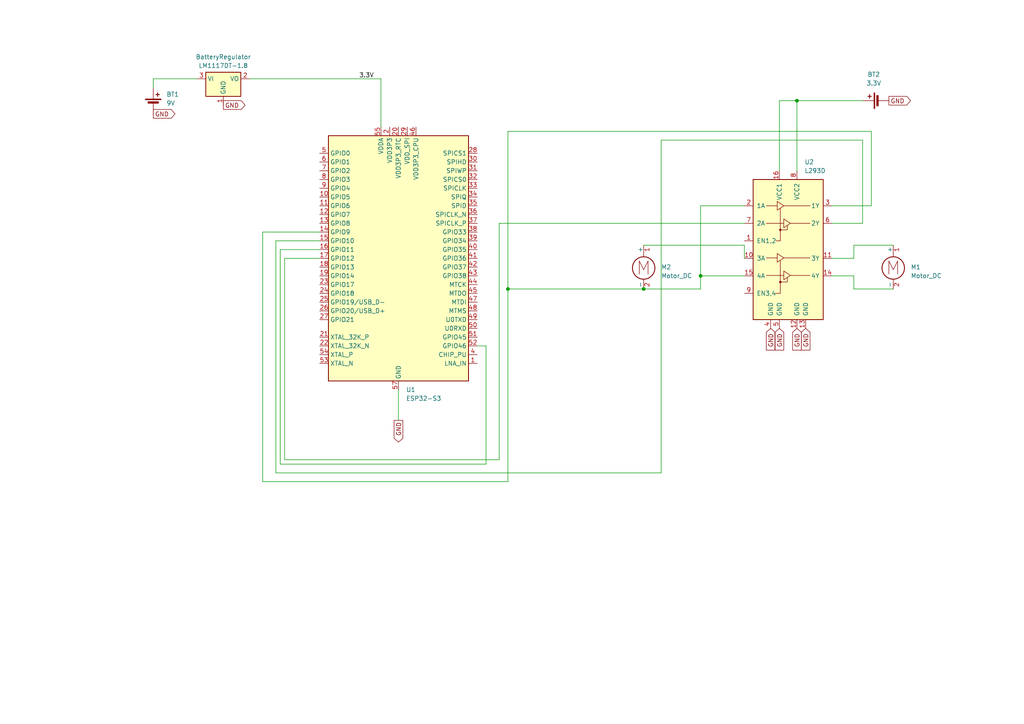
<source format=kicad_sch>
(kicad_sch
	(version 20231120)
	(generator "eeschema")
	(generator_version "8.0")
	(uuid "aeb1f4af-981b-4cac-b4fb-c8f87e317f67")
	(paper "A4")
	(lib_symbols
		(symbol "Device:Battery_Cell"
			(pin_numbers hide)
			(pin_names
				(offset 0) hide)
			(exclude_from_sim no)
			(in_bom yes)
			(on_board yes)
			(property "Reference" "BT"
				(at 2.54 2.54 0)
				(effects
					(font
						(size 1.27 1.27)
					)
					(justify left)
				)
			)
			(property "Value" "Battery_Cell"
				(at 2.54 0 0)
				(effects
					(font
						(size 1.27 1.27)
					)
					(justify left)
				)
			)
			(property "Footprint" ""
				(at 0 1.524 90)
				(effects
					(font
						(size 1.27 1.27)
					)
					(hide yes)
				)
			)
			(property "Datasheet" "~"
				(at 0 1.524 90)
				(effects
					(font
						(size 1.27 1.27)
					)
					(hide yes)
				)
			)
			(property "Description" "Single-cell battery"
				(at 0 0 0)
				(effects
					(font
						(size 1.27 1.27)
					)
					(hide yes)
				)
			)
			(property "ki_keywords" "battery cell"
				(at 0 0 0)
				(effects
					(font
						(size 1.27 1.27)
					)
					(hide yes)
				)
			)
			(symbol "Battery_Cell_0_1"
				(rectangle
					(start -2.286 1.778)
					(end 2.286 1.524)
					(stroke
						(width 0)
						(type default)
					)
					(fill
						(type outline)
					)
				)
				(rectangle
					(start -1.524 1.016)
					(end 1.524 0.508)
					(stroke
						(width 0)
						(type default)
					)
					(fill
						(type outline)
					)
				)
				(polyline
					(pts
						(xy 0 0.762) (xy 0 0)
					)
					(stroke
						(width 0)
						(type default)
					)
					(fill
						(type none)
					)
				)
				(polyline
					(pts
						(xy 0 1.778) (xy 0 2.54)
					)
					(stroke
						(width 0)
						(type default)
					)
					(fill
						(type none)
					)
				)
				(polyline
					(pts
						(xy 0.762 3.048) (xy 1.778 3.048)
					)
					(stroke
						(width 0.254)
						(type default)
					)
					(fill
						(type none)
					)
				)
				(polyline
					(pts
						(xy 1.27 3.556) (xy 1.27 2.54)
					)
					(stroke
						(width 0.254)
						(type default)
					)
					(fill
						(type none)
					)
				)
			)
			(symbol "Battery_Cell_1_1"
				(pin passive line
					(at 0 5.08 270)
					(length 2.54)
					(name "+"
						(effects
							(font
								(size 1.27 1.27)
							)
						)
					)
					(number "1"
						(effects
							(font
								(size 1.27 1.27)
							)
						)
					)
				)
				(pin passive line
					(at 0 -2.54 90)
					(length 2.54)
					(name "-"
						(effects
							(font
								(size 1.27 1.27)
							)
						)
					)
					(number "2"
						(effects
							(font
								(size 1.27 1.27)
							)
						)
					)
				)
			)
		)
		(symbol "Driver_Motor:L293D"
			(pin_names
				(offset 1.016)
			)
			(exclude_from_sim no)
			(in_bom yes)
			(on_board yes)
			(property "Reference" "U"
				(at -5.08 26.035 0)
				(effects
					(font
						(size 1.27 1.27)
					)
					(justify right)
				)
			)
			(property "Value" "L293D"
				(at -5.08 24.13 0)
				(effects
					(font
						(size 1.27 1.27)
					)
					(justify right)
				)
			)
			(property "Footprint" "Package_DIP:DIP-16_W7.62mm"
				(at 6.35 -19.05 0)
				(effects
					(font
						(size 1.27 1.27)
					)
					(justify left)
					(hide yes)
				)
			)
			(property "Datasheet" "http://www.ti.com/lit/ds/symlink/l293.pdf"
				(at -7.62 17.78 0)
				(effects
					(font
						(size 1.27 1.27)
					)
					(hide yes)
				)
			)
			(property "Description" "Quadruple Half-H Drivers"
				(at 0 0 0)
				(effects
					(font
						(size 1.27 1.27)
					)
					(hide yes)
				)
			)
			(property "ki_keywords" "Half-H Driver Motor"
				(at 0 0 0)
				(effects
					(font
						(size 1.27 1.27)
					)
					(hide yes)
				)
			)
			(property "ki_fp_filters" "DIP*W7.62mm*"
				(at 0 0 0)
				(effects
					(font
						(size 1.27 1.27)
					)
					(hide yes)
				)
			)
			(symbol "L293D_0_1"
				(rectangle
					(start -10.16 22.86)
					(end 10.16 -17.78)
					(stroke
						(width 0.254)
						(type default)
					)
					(fill
						(type background)
					)
				)
				(circle
					(center -2.286 -6.858)
					(radius 0.254)
					(stroke
						(width 0)
						(type default)
					)
					(fill
						(type outline)
					)
				)
				(circle
					(center -2.286 8.255)
					(radius 0.254)
					(stroke
						(width 0)
						(type default)
					)
					(fill
						(type outline)
					)
				)
				(polyline
					(pts
						(xy -6.35 -4.953) (xy -1.27 -4.953)
					)
					(stroke
						(width 0)
						(type default)
					)
					(fill
						(type none)
					)
				)
				(polyline
					(pts
						(xy -6.35 0.127) (xy -3.175 0.127)
					)
					(stroke
						(width 0)
						(type default)
					)
					(fill
						(type none)
					)
				)
				(polyline
					(pts
						(xy -6.35 10.16) (xy -1.27 10.16)
					)
					(stroke
						(width 0)
						(type default)
					)
					(fill
						(type none)
					)
				)
				(polyline
					(pts
						(xy -6.35 15.24) (xy -3.175 15.24)
					)
					(stroke
						(width 0)
						(type default)
					)
					(fill
						(type none)
					)
				)
				(polyline
					(pts
						(xy -1.27 0.127) (xy 6.35 0.127)
					)
					(stroke
						(width 0)
						(type default)
					)
					(fill
						(type none)
					)
				)
				(polyline
					(pts
						(xy -1.27 15.24) (xy 6.35 15.24)
					)
					(stroke
						(width 0)
						(type default)
					)
					(fill
						(type none)
					)
				)
				(polyline
					(pts
						(xy 0.635 -4.953) (xy 6.35 -4.953)
					)
					(stroke
						(width 0)
						(type default)
					)
					(fill
						(type none)
					)
				)
				(polyline
					(pts
						(xy 0.635 10.16) (xy 6.35 10.16)
					)
					(stroke
						(width 0)
						(type default)
					)
					(fill
						(type none)
					)
				)
				(polyline
					(pts
						(xy -2.286 -6.858) (xy -0.254 -6.858) (xy -0.254 -5.588)
					)
					(stroke
						(width 0)
						(type default)
					)
					(fill
						(type none)
					)
				)
				(polyline
					(pts
						(xy -2.286 -0.635) (xy -2.286 -10.16) (xy -3.556 -10.16)
					)
					(stroke
						(width 0)
						(type default)
					)
					(fill
						(type none)
					)
				)
				(polyline
					(pts
						(xy -2.286 8.255) (xy -0.254 8.255) (xy -0.254 9.525)
					)
					(stroke
						(width 0)
						(type default)
					)
					(fill
						(type none)
					)
				)
				(polyline
					(pts
						(xy -2.286 14.478) (xy -2.286 5.08) (xy -3.556 5.08)
					)
					(stroke
						(width 0)
						(type default)
					)
					(fill
						(type none)
					)
				)
				(polyline
					(pts
						(xy -3.175 1.397) (xy -3.175 -1.143) (xy -1.27 0.127) (xy -3.175 1.397)
					)
					(stroke
						(width 0)
						(type default)
					)
					(fill
						(type none)
					)
				)
				(polyline
					(pts
						(xy -3.175 16.51) (xy -3.175 13.97) (xy -1.27 15.24) (xy -3.175 16.51)
					)
					(stroke
						(width 0)
						(type default)
					)
					(fill
						(type none)
					)
				)
				(polyline
					(pts
						(xy -1.27 -3.683) (xy -1.27 -6.223) (xy 0.635 -4.953) (xy -1.27 -3.683)
					)
					(stroke
						(width 0)
						(type default)
					)
					(fill
						(type none)
					)
				)
				(polyline
					(pts
						(xy -1.27 11.43) (xy -1.27 8.89) (xy 0.635 10.16) (xy -1.27 11.43)
					)
					(stroke
						(width 0)
						(type default)
					)
					(fill
						(type none)
					)
				)
			)
			(symbol "L293D_1_1"
				(pin input line
					(at -12.7 5.08 0)
					(length 2.54)
					(name "EN1,2"
						(effects
							(font
								(size 1.27 1.27)
							)
						)
					)
					(number "1"
						(effects
							(font
								(size 1.27 1.27)
							)
						)
					)
				)
				(pin input line
					(at -12.7 0 0)
					(length 2.54)
					(name "3A"
						(effects
							(font
								(size 1.27 1.27)
							)
						)
					)
					(number "10"
						(effects
							(font
								(size 1.27 1.27)
							)
						)
					)
				)
				(pin output line
					(at 12.7 0 180)
					(length 2.54)
					(name "3Y"
						(effects
							(font
								(size 1.27 1.27)
							)
						)
					)
					(number "11"
						(effects
							(font
								(size 1.27 1.27)
							)
						)
					)
				)
				(pin power_in line
					(at 2.54 -20.32 90)
					(length 2.54)
					(name "GND"
						(effects
							(font
								(size 1.27 1.27)
							)
						)
					)
					(number "12"
						(effects
							(font
								(size 1.27 1.27)
							)
						)
					)
				)
				(pin power_in line
					(at 5.08 -20.32 90)
					(length 2.54)
					(name "GND"
						(effects
							(font
								(size 1.27 1.27)
							)
						)
					)
					(number "13"
						(effects
							(font
								(size 1.27 1.27)
							)
						)
					)
				)
				(pin output line
					(at 12.7 -5.08 180)
					(length 2.54)
					(name "4Y"
						(effects
							(font
								(size 1.27 1.27)
							)
						)
					)
					(number "14"
						(effects
							(font
								(size 1.27 1.27)
							)
						)
					)
				)
				(pin input line
					(at -12.7 -5.08 0)
					(length 2.54)
					(name "4A"
						(effects
							(font
								(size 1.27 1.27)
							)
						)
					)
					(number "15"
						(effects
							(font
								(size 1.27 1.27)
							)
						)
					)
				)
				(pin power_in line
					(at -2.54 25.4 270)
					(length 2.54)
					(name "VCC1"
						(effects
							(font
								(size 1.27 1.27)
							)
						)
					)
					(number "16"
						(effects
							(font
								(size 1.27 1.27)
							)
						)
					)
				)
				(pin input line
					(at -12.7 15.24 0)
					(length 2.54)
					(name "1A"
						(effects
							(font
								(size 1.27 1.27)
							)
						)
					)
					(number "2"
						(effects
							(font
								(size 1.27 1.27)
							)
						)
					)
				)
				(pin output line
					(at 12.7 15.24 180)
					(length 2.54)
					(name "1Y"
						(effects
							(font
								(size 1.27 1.27)
							)
						)
					)
					(number "3"
						(effects
							(font
								(size 1.27 1.27)
							)
						)
					)
				)
				(pin power_in line
					(at -5.08 -20.32 90)
					(length 2.54)
					(name "GND"
						(effects
							(font
								(size 1.27 1.27)
							)
						)
					)
					(number "4"
						(effects
							(font
								(size 1.27 1.27)
							)
						)
					)
				)
				(pin power_in line
					(at -2.54 -20.32 90)
					(length 2.54)
					(name "GND"
						(effects
							(font
								(size 1.27 1.27)
							)
						)
					)
					(number "5"
						(effects
							(font
								(size 1.27 1.27)
							)
						)
					)
				)
				(pin output line
					(at 12.7 10.16 180)
					(length 2.54)
					(name "2Y"
						(effects
							(font
								(size 1.27 1.27)
							)
						)
					)
					(number "6"
						(effects
							(font
								(size 1.27 1.27)
							)
						)
					)
				)
				(pin input line
					(at -12.7 10.16 0)
					(length 2.54)
					(name "2A"
						(effects
							(font
								(size 1.27 1.27)
							)
						)
					)
					(number "7"
						(effects
							(font
								(size 1.27 1.27)
							)
						)
					)
				)
				(pin power_in line
					(at 2.54 25.4 270)
					(length 2.54)
					(name "VCC2"
						(effects
							(font
								(size 1.27 1.27)
							)
						)
					)
					(number "8"
						(effects
							(font
								(size 1.27 1.27)
							)
						)
					)
				)
				(pin input line
					(at -12.7 -10.16 0)
					(length 2.54)
					(name "EN3,4"
						(effects
							(font
								(size 1.27 1.27)
							)
						)
					)
					(number "9"
						(effects
							(font
								(size 1.27 1.27)
							)
						)
					)
				)
			)
		)
		(symbol "MCU_Espressif:ESP32-S3"
			(exclude_from_sim no)
			(in_bom yes)
			(on_board yes)
			(property "Reference" "U"
				(at 10.16 -38.1 0)
				(effects
					(font
						(size 1.27 1.27)
					)
				)
			)
			(property "Value" "ESP32-S3"
				(at 13.97 -40.64 0)
				(effects
					(font
						(size 1.27 1.27)
					)
				)
			)
			(property "Footprint" "Package_DFN_QFN:QFN-56-1EP_7x7mm_P0.4mm_EP4x4mm"
				(at 0 -48.26 0)
				(effects
					(font
						(size 1.27 1.27)
					)
					(hide yes)
				)
			)
			(property "Datasheet" "https://www.espressif.com/sites/default/files/documentation/esp32-s3_datasheet_en.pdf"
				(at 0 0 0)
				(effects
					(font
						(size 1.27 1.27)
					)
					(hide yes)
				)
			)
			(property "Description" "Microcontroller, Wi-Fi 802.11b/g/n, Bluetooth, 32bit"
				(at 0 0 0)
				(effects
					(font
						(size 1.27 1.27)
					)
					(hide yes)
				)
			)
			(property "ki_keywords" "Microcontroller Wi-Fi BT ESP ESP32 Espressif"
				(at 0 0 0)
				(effects
					(font
						(size 1.27 1.27)
					)
					(hide yes)
				)
			)
			(property "ki_fp_filters" "QFN*1EP*7x7mm*P0.4mm*"
				(at 0 0 0)
				(effects
					(font
						(size 1.27 1.27)
					)
					(hide yes)
				)
			)
			(symbol "ESP32-S3_0_1"
				(rectangle
					(start -20.32 35.56)
					(end 20.32 -35.56)
					(stroke
						(width 0.254)
						(type default)
					)
					(fill
						(type background)
					)
				)
			)
			(symbol "ESP32-S3_1_0"
				(pin bidirectional line
					(at 22.86 12.7 180)
					(length 2.54)
					(name "SPICLK_N"
						(effects
							(font
								(size 1.27 1.27)
							)
						)
					)
					(number "36"
						(effects
							(font
								(size 1.27 1.27)
							)
						)
					)
				)
				(pin bidirectional line
					(at 22.86 -10.16 180)
					(length 2.54)
					(name "MTDO"
						(effects
							(font
								(size 1.27 1.27)
							)
						)
					)
					(number "45"
						(effects
							(font
								(size 1.27 1.27)
							)
						)
					)
				)
				(pin bidirectional line
					(at 22.86 -22.86 180)
					(length 2.54)
					(name "GPIO45"
						(effects
							(font
								(size 1.27 1.27)
							)
						)
					)
					(number "51"
						(effects
							(font
								(size 1.27 1.27)
							)
						)
					)
				)
				(pin passive line
					(at -5.08 38.1 270)
					(length 2.54) hide
					(name "VDDA"
						(effects
							(font
								(size 1.27 1.27)
							)
						)
					)
					(number "56"
						(effects
							(font
								(size 1.27 1.27)
							)
						)
					)
				)
			)
			(symbol "ESP32-S3_1_1"
				(pin bidirectional line
					(at 22.86 -30.48 180)
					(length 2.54)
					(name "LNA_IN"
						(effects
							(font
								(size 1.27 1.27)
							)
						)
					)
					(number "1"
						(effects
							(font
								(size 1.27 1.27)
							)
						)
					)
				)
				(pin bidirectional line
					(at -22.86 17.78 0)
					(length 2.54)
					(name "GPIO5"
						(effects
							(font
								(size 1.27 1.27)
							)
						)
					)
					(number "10"
						(effects
							(font
								(size 1.27 1.27)
							)
						)
					)
				)
				(pin bidirectional line
					(at -22.86 15.24 0)
					(length 2.54)
					(name "GPIO6"
						(effects
							(font
								(size 1.27 1.27)
							)
						)
					)
					(number "11"
						(effects
							(font
								(size 1.27 1.27)
							)
						)
					)
				)
				(pin bidirectional line
					(at -22.86 12.7 0)
					(length 2.54)
					(name "GPIO7"
						(effects
							(font
								(size 1.27 1.27)
							)
						)
					)
					(number "12"
						(effects
							(font
								(size 1.27 1.27)
							)
						)
					)
				)
				(pin bidirectional line
					(at -22.86 10.16 0)
					(length 2.54)
					(name "GPIO8"
						(effects
							(font
								(size 1.27 1.27)
							)
						)
					)
					(number "13"
						(effects
							(font
								(size 1.27 1.27)
							)
						)
					)
				)
				(pin bidirectional line
					(at -22.86 7.62 0)
					(length 2.54)
					(name "GPIO9"
						(effects
							(font
								(size 1.27 1.27)
							)
						)
					)
					(number "14"
						(effects
							(font
								(size 1.27 1.27)
							)
						)
					)
				)
				(pin bidirectional line
					(at -22.86 5.08 0)
					(length 2.54)
					(name "GPIO10"
						(effects
							(font
								(size 1.27 1.27)
							)
						)
					)
					(number "15"
						(effects
							(font
								(size 1.27 1.27)
							)
						)
					)
				)
				(pin bidirectional line
					(at -22.86 2.54 0)
					(length 2.54)
					(name "GPIO11"
						(effects
							(font
								(size 1.27 1.27)
							)
						)
					)
					(number "16"
						(effects
							(font
								(size 1.27 1.27)
							)
						)
					)
				)
				(pin bidirectional line
					(at -22.86 0 0)
					(length 2.54)
					(name "GPIO12"
						(effects
							(font
								(size 1.27 1.27)
							)
						)
					)
					(number "17"
						(effects
							(font
								(size 1.27 1.27)
							)
						)
					)
				)
				(pin bidirectional line
					(at -22.86 -2.54 0)
					(length 2.54)
					(name "GPIO13"
						(effects
							(font
								(size 1.27 1.27)
							)
						)
					)
					(number "18"
						(effects
							(font
								(size 1.27 1.27)
							)
						)
					)
				)
				(pin bidirectional line
					(at -22.86 -5.08 0)
					(length 2.54)
					(name "GPIO14"
						(effects
							(font
								(size 1.27 1.27)
							)
						)
					)
					(number "19"
						(effects
							(font
								(size 1.27 1.27)
							)
						)
					)
				)
				(pin power_in line
					(at -2.54 38.1 270)
					(length 2.54)
					(name "VDD3P3"
						(effects
							(font
								(size 1.27 1.27)
							)
						)
					)
					(number "2"
						(effects
							(font
								(size 1.27 1.27)
							)
						)
					)
				)
				(pin power_in line
					(at 0 38.1 270)
					(length 2.54)
					(name "VDD3P3_RTC"
						(effects
							(font
								(size 1.27 1.27)
							)
						)
					)
					(number "20"
						(effects
							(font
								(size 1.27 1.27)
							)
						)
					)
				)
				(pin passive line
					(at -22.86 -22.86 0)
					(length 2.54)
					(name "XTAL_32K_P"
						(effects
							(font
								(size 1.27 1.27)
							)
						)
					)
					(number "21"
						(effects
							(font
								(size 1.27 1.27)
							)
						)
					)
				)
				(pin passive line
					(at -22.86 -25.4 0)
					(length 2.54)
					(name "XTAL_32K_N"
						(effects
							(font
								(size 1.27 1.27)
							)
						)
					)
					(number "22"
						(effects
							(font
								(size 1.27 1.27)
							)
						)
					)
				)
				(pin bidirectional line
					(at -22.86 -7.62 0)
					(length 2.54)
					(name "GPIO17"
						(effects
							(font
								(size 1.27 1.27)
							)
						)
					)
					(number "23"
						(effects
							(font
								(size 1.27 1.27)
							)
						)
					)
				)
				(pin bidirectional line
					(at -22.86 -10.16 0)
					(length 2.54)
					(name "GPIO18"
						(effects
							(font
								(size 1.27 1.27)
							)
						)
					)
					(number "24"
						(effects
							(font
								(size 1.27 1.27)
							)
						)
					)
				)
				(pin bidirectional line
					(at -22.86 -12.7 0)
					(length 2.54)
					(name "GPIO19/USB_D-"
						(effects
							(font
								(size 1.27 1.27)
							)
						)
					)
					(number "25"
						(effects
							(font
								(size 1.27 1.27)
							)
						)
					)
				)
				(pin bidirectional line
					(at -22.86 -15.24 0)
					(length 2.54)
					(name "GPIO20/USB_D+"
						(effects
							(font
								(size 1.27 1.27)
							)
						)
					)
					(number "26"
						(effects
							(font
								(size 1.27 1.27)
							)
						)
					)
				)
				(pin bidirectional line
					(at -22.86 -17.78 0)
					(length 2.54)
					(name "GPIO21"
						(effects
							(font
								(size 1.27 1.27)
							)
						)
					)
					(number "27"
						(effects
							(font
								(size 1.27 1.27)
							)
						)
					)
				)
				(pin bidirectional line
					(at 22.86 30.48 180)
					(length 2.54)
					(name "SPICS1"
						(effects
							(font
								(size 1.27 1.27)
							)
						)
					)
					(number "28"
						(effects
							(font
								(size 1.27 1.27)
							)
						)
					)
				)
				(pin power_in line
					(at 2.54 38.1 270)
					(length 2.54)
					(name "VDD_SPI"
						(effects
							(font
								(size 1.27 1.27)
							)
						)
					)
					(number "29"
						(effects
							(font
								(size 1.27 1.27)
							)
						)
					)
				)
				(pin passive line
					(at -2.54 38.1 270)
					(length 2.54) hide
					(name "VDD3P3"
						(effects
							(font
								(size 1.27 1.27)
							)
						)
					)
					(number "3"
						(effects
							(font
								(size 1.27 1.27)
							)
						)
					)
				)
				(pin bidirectional line
					(at 22.86 27.94 180)
					(length 2.54)
					(name "SPIHD"
						(effects
							(font
								(size 1.27 1.27)
							)
						)
					)
					(number "30"
						(effects
							(font
								(size 1.27 1.27)
							)
						)
					)
				)
				(pin bidirectional line
					(at 22.86 25.4 180)
					(length 2.54)
					(name "SPIWP"
						(effects
							(font
								(size 1.27 1.27)
							)
						)
					)
					(number "31"
						(effects
							(font
								(size 1.27 1.27)
							)
						)
					)
				)
				(pin bidirectional line
					(at 22.86 22.86 180)
					(length 2.54)
					(name "SPICS0"
						(effects
							(font
								(size 1.27 1.27)
							)
						)
					)
					(number "32"
						(effects
							(font
								(size 1.27 1.27)
							)
						)
					)
				)
				(pin bidirectional line
					(at 22.86 20.32 180)
					(length 2.54)
					(name "SPICLK"
						(effects
							(font
								(size 1.27 1.27)
							)
						)
					)
					(number "33"
						(effects
							(font
								(size 1.27 1.27)
							)
						)
					)
				)
				(pin bidirectional line
					(at 22.86 17.78 180)
					(length 2.54)
					(name "SPIQ"
						(effects
							(font
								(size 1.27 1.27)
							)
						)
					)
					(number "34"
						(effects
							(font
								(size 1.27 1.27)
							)
						)
					)
				)
				(pin bidirectional line
					(at 22.86 15.24 180)
					(length 2.54)
					(name "SPID"
						(effects
							(font
								(size 1.27 1.27)
							)
						)
					)
					(number "35"
						(effects
							(font
								(size 1.27 1.27)
							)
						)
					)
				)
				(pin bidirectional line
					(at 22.86 10.16 180)
					(length 2.54)
					(name "SPICLK_P"
						(effects
							(font
								(size 1.27 1.27)
							)
						)
					)
					(number "37"
						(effects
							(font
								(size 1.27 1.27)
							)
						)
					)
				)
				(pin bidirectional line
					(at 22.86 7.62 180)
					(length 2.54)
					(name "GPIO33"
						(effects
							(font
								(size 1.27 1.27)
							)
						)
					)
					(number "38"
						(effects
							(font
								(size 1.27 1.27)
							)
						)
					)
				)
				(pin bidirectional line
					(at 22.86 5.08 180)
					(length 2.54)
					(name "GPIO34"
						(effects
							(font
								(size 1.27 1.27)
							)
						)
					)
					(number "39"
						(effects
							(font
								(size 1.27 1.27)
							)
						)
					)
				)
				(pin input line
					(at 22.86 -27.94 180)
					(length 2.54)
					(name "CHIP_PU"
						(effects
							(font
								(size 1.27 1.27)
							)
						)
					)
					(number "4"
						(effects
							(font
								(size 1.27 1.27)
							)
						)
					)
				)
				(pin bidirectional line
					(at 22.86 2.54 180)
					(length 2.54)
					(name "GPIO35"
						(effects
							(font
								(size 1.27 1.27)
							)
						)
					)
					(number "40"
						(effects
							(font
								(size 1.27 1.27)
							)
						)
					)
				)
				(pin bidirectional line
					(at 22.86 0 180)
					(length 2.54)
					(name "GPIO36"
						(effects
							(font
								(size 1.27 1.27)
							)
						)
					)
					(number "41"
						(effects
							(font
								(size 1.27 1.27)
							)
						)
					)
				)
				(pin bidirectional line
					(at 22.86 -2.54 180)
					(length 2.54)
					(name "GPIO37"
						(effects
							(font
								(size 1.27 1.27)
							)
						)
					)
					(number "42"
						(effects
							(font
								(size 1.27 1.27)
							)
						)
					)
				)
				(pin bidirectional line
					(at 22.86 -5.08 180)
					(length 2.54)
					(name "GPIO38"
						(effects
							(font
								(size 1.27 1.27)
							)
						)
					)
					(number "43"
						(effects
							(font
								(size 1.27 1.27)
							)
						)
					)
				)
				(pin bidirectional line
					(at 22.86 -7.62 180)
					(length 2.54)
					(name "MTCK"
						(effects
							(font
								(size 1.27 1.27)
							)
						)
					)
					(number "44"
						(effects
							(font
								(size 1.27 1.27)
							)
						)
					)
				)
				(pin power_in line
					(at 5.08 38.1 270)
					(length 2.54)
					(name "VDD3P3_CPU"
						(effects
							(font
								(size 1.27 1.27)
							)
						)
					)
					(number "46"
						(effects
							(font
								(size 1.27 1.27)
							)
						)
					)
				)
				(pin bidirectional line
					(at 22.86 -12.7 180)
					(length 2.54)
					(name "MTDI"
						(effects
							(font
								(size 1.27 1.27)
							)
						)
					)
					(number "47"
						(effects
							(font
								(size 1.27 1.27)
							)
						)
					)
				)
				(pin bidirectional line
					(at 22.86 -15.24 180)
					(length 2.54)
					(name "MTMS"
						(effects
							(font
								(size 1.27 1.27)
							)
						)
					)
					(number "48"
						(effects
							(font
								(size 1.27 1.27)
							)
						)
					)
				)
				(pin bidirectional line
					(at 22.86 -17.78 180)
					(length 2.54)
					(name "U0TXD"
						(effects
							(font
								(size 1.27 1.27)
							)
						)
					)
					(number "49"
						(effects
							(font
								(size 1.27 1.27)
							)
						)
					)
				)
				(pin bidirectional line
					(at -22.86 30.48 0)
					(length 2.54)
					(name "GPIO0"
						(effects
							(font
								(size 1.27 1.27)
							)
						)
					)
					(number "5"
						(effects
							(font
								(size 1.27 1.27)
							)
						)
					)
				)
				(pin bidirectional line
					(at 22.86 -20.32 180)
					(length 2.54)
					(name "U0RXD"
						(effects
							(font
								(size 1.27 1.27)
							)
						)
					)
					(number "50"
						(effects
							(font
								(size 1.27 1.27)
							)
						)
					)
				)
				(pin bidirectional line
					(at 22.86 -25.4 180)
					(length 2.54)
					(name "GPIO46"
						(effects
							(font
								(size 1.27 1.27)
							)
						)
					)
					(number "52"
						(effects
							(font
								(size 1.27 1.27)
							)
						)
					)
				)
				(pin output line
					(at -22.86 -30.48 0)
					(length 2.54)
					(name "XTAL_N"
						(effects
							(font
								(size 1.27 1.27)
							)
						)
					)
					(number "53"
						(effects
							(font
								(size 1.27 1.27)
							)
						)
					)
				)
				(pin input line
					(at -22.86 -27.94 0)
					(length 2.54)
					(name "XTAL_P"
						(effects
							(font
								(size 1.27 1.27)
							)
						)
					)
					(number "54"
						(effects
							(font
								(size 1.27 1.27)
							)
						)
					)
				)
				(pin power_in line
					(at -5.08 38.1 270)
					(length 2.54)
					(name "VDDA"
						(effects
							(font
								(size 1.27 1.27)
							)
						)
					)
					(number "55"
						(effects
							(font
								(size 1.27 1.27)
							)
						)
					)
				)
				(pin power_in line
					(at 0 -38.1 90)
					(length 2.54)
					(name "GND"
						(effects
							(font
								(size 1.27 1.27)
							)
						)
					)
					(number "57"
						(effects
							(font
								(size 1.27 1.27)
							)
						)
					)
				)
				(pin bidirectional line
					(at -22.86 27.94 0)
					(length 2.54)
					(name "GPIO1"
						(effects
							(font
								(size 1.27 1.27)
							)
						)
					)
					(number "6"
						(effects
							(font
								(size 1.27 1.27)
							)
						)
					)
				)
				(pin bidirectional line
					(at -22.86 25.4 0)
					(length 2.54)
					(name "GPIO2"
						(effects
							(font
								(size 1.27 1.27)
							)
						)
					)
					(number "7"
						(effects
							(font
								(size 1.27 1.27)
							)
						)
					)
				)
				(pin bidirectional line
					(at -22.86 22.86 0)
					(length 2.54)
					(name "GPIO3"
						(effects
							(font
								(size 1.27 1.27)
							)
						)
					)
					(number "8"
						(effects
							(font
								(size 1.27 1.27)
							)
						)
					)
				)
				(pin bidirectional line
					(at -22.86 20.32 0)
					(length 2.54)
					(name "GPIO4"
						(effects
							(font
								(size 1.27 1.27)
							)
						)
					)
					(number "9"
						(effects
							(font
								(size 1.27 1.27)
							)
						)
					)
				)
			)
		)
		(symbol "Motor:Motor_DC"
			(pin_names
				(offset 0)
			)
			(exclude_from_sim no)
			(in_bom yes)
			(on_board yes)
			(property "Reference" "M"
				(at 2.54 2.54 0)
				(effects
					(font
						(size 1.27 1.27)
					)
					(justify left)
				)
			)
			(property "Value" "Motor_DC"
				(at 2.54 -5.08 0)
				(effects
					(font
						(size 1.27 1.27)
					)
					(justify left top)
				)
			)
			(property "Footprint" ""
				(at 0 -2.286 0)
				(effects
					(font
						(size 1.27 1.27)
					)
					(hide yes)
				)
			)
			(property "Datasheet" "~"
				(at 0 -2.286 0)
				(effects
					(font
						(size 1.27 1.27)
					)
					(hide yes)
				)
			)
			(property "Description" "DC Motor"
				(at 0 0 0)
				(effects
					(font
						(size 1.27 1.27)
					)
					(hide yes)
				)
			)
			(property "ki_keywords" "DC Motor"
				(at 0 0 0)
				(effects
					(font
						(size 1.27 1.27)
					)
					(hide yes)
				)
			)
			(property "ki_fp_filters" "PinHeader*P2.54mm* TerminalBlock*"
				(at 0 0 0)
				(effects
					(font
						(size 1.27 1.27)
					)
					(hide yes)
				)
			)
			(symbol "Motor_DC_0_0"
				(polyline
					(pts
						(xy -1.27 -3.302) (xy -1.27 0.508) (xy 0 -2.032) (xy 1.27 0.508) (xy 1.27 -3.302)
					)
					(stroke
						(width 0)
						(type default)
					)
					(fill
						(type none)
					)
				)
			)
			(symbol "Motor_DC_0_1"
				(circle
					(center 0 -1.524)
					(radius 3.2512)
					(stroke
						(width 0.254)
						(type default)
					)
					(fill
						(type none)
					)
				)
				(polyline
					(pts
						(xy 0 -7.62) (xy 0 -7.112)
					)
					(stroke
						(width 0)
						(type default)
					)
					(fill
						(type none)
					)
				)
				(polyline
					(pts
						(xy 0 -4.7752) (xy 0 -5.1816)
					)
					(stroke
						(width 0)
						(type default)
					)
					(fill
						(type none)
					)
				)
				(polyline
					(pts
						(xy 0 1.7272) (xy 0 2.0828)
					)
					(stroke
						(width 0)
						(type default)
					)
					(fill
						(type none)
					)
				)
				(polyline
					(pts
						(xy 0 2.032) (xy 0 2.54)
					)
					(stroke
						(width 0)
						(type default)
					)
					(fill
						(type none)
					)
				)
			)
			(symbol "Motor_DC_1_1"
				(pin passive line
					(at 0 5.08 270)
					(length 2.54)
					(name "+"
						(effects
							(font
								(size 1.27 1.27)
							)
						)
					)
					(number "1"
						(effects
							(font
								(size 1.27 1.27)
							)
						)
					)
				)
				(pin passive line
					(at 0 -7.62 90)
					(length 2.54)
					(name "-"
						(effects
							(font
								(size 1.27 1.27)
							)
						)
					)
					(number "2"
						(effects
							(font
								(size 1.27 1.27)
							)
						)
					)
				)
			)
		)
		(symbol "Regulator_Linear:LM1117DT-1.8"
			(exclude_from_sim no)
			(in_bom yes)
			(on_board yes)
			(property "Reference" "U"
				(at -3.81 3.175 0)
				(effects
					(font
						(size 1.27 1.27)
					)
				)
			)
			(property "Value" "LM1117DT-1.8"
				(at 0 3.175 0)
				(effects
					(font
						(size 1.27 1.27)
					)
					(justify left)
				)
			)
			(property "Footprint" "Package_TO_SOT_SMD:TO-252-3_TabPin2"
				(at 0 0 0)
				(effects
					(font
						(size 1.27 1.27)
					)
					(hide yes)
				)
			)
			(property "Datasheet" "http://www.ti.com/lit/ds/symlink/lm1117.pdf"
				(at 0 0 0)
				(effects
					(font
						(size 1.27 1.27)
					)
					(hide yes)
				)
			)
			(property "Description" "800mA Low-Dropout Linear Regulator, 1.8V fixed output, TO-252"
				(at 0 0 0)
				(effects
					(font
						(size 1.27 1.27)
					)
					(hide yes)
				)
			)
			(property "ki_keywords" "linear regulator ldo fixed positive"
				(at 0 0 0)
				(effects
					(font
						(size 1.27 1.27)
					)
					(hide yes)
				)
			)
			(property "ki_fp_filters" "TO?252*"
				(at 0 0 0)
				(effects
					(font
						(size 1.27 1.27)
					)
					(hide yes)
				)
			)
			(symbol "LM1117DT-1.8_0_1"
				(rectangle
					(start -5.08 -5.08)
					(end 5.08 1.905)
					(stroke
						(width 0.254)
						(type default)
					)
					(fill
						(type background)
					)
				)
			)
			(symbol "LM1117DT-1.8_1_1"
				(pin power_in line
					(at 0 -7.62 90)
					(length 2.54)
					(name "GND"
						(effects
							(font
								(size 1.27 1.27)
							)
						)
					)
					(number "1"
						(effects
							(font
								(size 1.27 1.27)
							)
						)
					)
				)
				(pin power_out line
					(at 7.62 0 180)
					(length 2.54)
					(name "VO"
						(effects
							(font
								(size 1.27 1.27)
							)
						)
					)
					(number "2"
						(effects
							(font
								(size 1.27 1.27)
							)
						)
					)
				)
				(pin power_in line
					(at -7.62 0 0)
					(length 2.54)
					(name "VI"
						(effects
							(font
								(size 1.27 1.27)
							)
						)
					)
					(number "3"
						(effects
							(font
								(size 1.27 1.27)
							)
						)
					)
				)
			)
		)
	)
	(junction
		(at 147.32 83.82)
		(diameter 0)
		(color 0 0 0 0)
		(uuid "143f871e-af61-4946-8a4c-29268f26affc")
	)
	(junction
		(at 231.14 29.21)
		(diameter 0)
		(color 0 0 0 0)
		(uuid "3527a3a7-e635-475b-a39d-ab4279f0d7f1")
	)
	(junction
		(at 186.69 83.82)
		(diameter 0)
		(color 0 0 0 0)
		(uuid "61a4a9d1-2d2f-4144-a313-504d3f7cd7f0")
	)
	(junction
		(at 203.2 80.01)
		(diameter 0)
		(color 0 0 0 0)
		(uuid "94386d0e-6d89-43dc-a431-42b624716fd8")
	)
	(wire
		(pts
			(xy 203.2 59.69) (xy 203.2 80.01)
		)
		(stroke
			(width 0)
			(type default)
		)
		(uuid "007c7c95-e1cb-4944-9a21-8f76ad624c57")
	)
	(wire
		(pts
			(xy 247.65 83.82) (xy 259.08 83.82)
		)
		(stroke
			(width 0)
			(type default)
		)
		(uuid "04686829-fcab-449e-bfe4-4d44ff2fda47")
	)
	(wire
		(pts
			(xy 81.28 72.39) (xy 92.71 72.39)
		)
		(stroke
			(width 0)
			(type default)
		)
		(uuid "049e1f0f-06da-4cbe-ae83-c6d1c30a744c")
	)
	(wire
		(pts
			(xy 110.49 22.86) (xy 110.49 36.83)
		)
		(stroke
			(width 0)
			(type default)
		)
		(uuid "20c6d606-d8e8-41b2-b670-61e5e285b339")
	)
	(wire
		(pts
			(xy 241.3 80.01) (xy 247.65 80.01)
		)
		(stroke
			(width 0)
			(type default)
		)
		(uuid "265d072d-6813-4ae5-91d8-06f25ffafcbf")
	)
	(wire
		(pts
			(xy 80.01 69.85) (xy 92.71 69.85)
		)
		(stroke
			(width 0)
			(type default)
		)
		(uuid "29d643e4-7b95-48f1-945c-a27c5a96dda3")
	)
	(wire
		(pts
			(xy 82.55 133.35) (xy 144.78 133.35)
		)
		(stroke
			(width 0)
			(type default)
		)
		(uuid "2a628b19-f963-4cac-97b8-56a342549b3e")
	)
	(wire
		(pts
			(xy 44.45 25.4) (xy 44.45 22.86)
		)
		(stroke
			(width 0)
			(type default)
		)
		(uuid "33f01c5f-240f-4005-b8a1-b3d7c89aad93")
	)
	(wire
		(pts
			(xy 241.3 64.77) (xy 250.19 64.77)
		)
		(stroke
			(width 0)
			(type default)
		)
		(uuid "35074920-12ee-4be5-828f-2425d7cc6d8a")
	)
	(wire
		(pts
			(xy 76.2 139.7) (xy 147.32 139.7)
		)
		(stroke
			(width 0)
			(type default)
		)
		(uuid "35a4ffcd-ef6e-4067-a63b-06d8e0759fd9")
	)
	(wire
		(pts
			(xy 247.65 80.01) (xy 247.65 83.82)
		)
		(stroke
			(width 0)
			(type default)
		)
		(uuid "35b874ec-f2c9-44f5-bce3-e34542dc92a1")
	)
	(wire
		(pts
			(xy 72.39 22.86) (xy 110.49 22.86)
		)
		(stroke
			(width 0)
			(type default)
		)
		(uuid "389763d0-81ea-4a97-b236-154c53562d2f")
	)
	(wire
		(pts
			(xy 144.78 133.35) (xy 144.78 64.77)
		)
		(stroke
			(width 0)
			(type default)
		)
		(uuid "3ec7671d-8885-4e24-b16a-4aa2f454b9cc")
	)
	(wire
		(pts
			(xy 250.19 40.64) (xy 191.77 40.64)
		)
		(stroke
			(width 0)
			(type default)
		)
		(uuid "453a0d32-2e30-44d5-b10c-aefe562118de")
	)
	(wire
		(pts
			(xy 44.45 22.86) (xy 57.15 22.86)
		)
		(stroke
			(width 0)
			(type default)
		)
		(uuid "4b81fc6e-1b1d-410e-892f-772731670286")
	)
	(wire
		(pts
			(xy 80.01 137.16) (xy 191.77 137.16)
		)
		(stroke
			(width 0)
			(type default)
		)
		(uuid "54b5c733-40ea-4b03-92ff-07356b218520")
	)
	(wire
		(pts
			(xy 231.14 29.21) (xy 226.06 29.21)
		)
		(stroke
			(width 0)
			(type default)
		)
		(uuid "64ab6d4a-4002-45ec-9584-26f5237e37d4")
	)
	(wire
		(pts
			(xy 226.06 29.21) (xy 226.06 49.53)
		)
		(stroke
			(width 0)
			(type default)
		)
		(uuid "6bf8cec6-d168-4544-91ac-3349bff84034")
	)
	(wire
		(pts
			(xy 81.28 134.62) (xy 140.97 134.62)
		)
		(stroke
			(width 0)
			(type default)
		)
		(uuid "6cfd66c3-2747-450f-a9c4-38f08997538b")
	)
	(wire
		(pts
			(xy 186.69 83.82) (xy 203.2 83.82)
		)
		(stroke
			(width 0)
			(type default)
		)
		(uuid "73a6b872-730f-4c22-8989-d8bc68bd759f")
	)
	(wire
		(pts
			(xy 76.2 67.31) (xy 92.71 67.31)
		)
		(stroke
			(width 0)
			(type default)
		)
		(uuid "74c524e3-afce-4a93-9204-be77e01ea677")
	)
	(wire
		(pts
			(xy 250.19 64.77) (xy 250.19 40.64)
		)
		(stroke
			(width 0)
			(type default)
		)
		(uuid "761f5f11-78b4-4068-8ce7-7af1e1b5c9ae")
	)
	(wire
		(pts
			(xy 144.78 64.77) (xy 215.9 64.77)
		)
		(stroke
			(width 0)
			(type default)
		)
		(uuid "7a18fb75-afa6-473a-9443-a016bceb4efd")
	)
	(wire
		(pts
			(xy 76.2 139.7) (xy 76.2 67.31)
		)
		(stroke
			(width 0)
			(type default)
		)
		(uuid "7a379b28-ad05-4e48-a753-1ff11e05eca2")
	)
	(wire
		(pts
			(xy 80.01 69.85) (xy 80.01 137.16)
		)
		(stroke
			(width 0)
			(type default)
		)
		(uuid "7c19fea3-22ee-49df-8d01-d44c9fad1c99")
	)
	(wire
		(pts
			(xy 241.3 74.93) (xy 247.65 74.93)
		)
		(stroke
			(width 0)
			(type default)
		)
		(uuid "7c7c7f36-1dc0-4070-9f44-7dc5e1c17cd7")
	)
	(wire
		(pts
			(xy 147.32 83.82) (xy 147.32 38.1)
		)
		(stroke
			(width 0)
			(type default)
		)
		(uuid "841d71b1-187d-421b-9d40-fc427c690bcb")
	)
	(wire
		(pts
			(xy 231.14 29.21) (xy 250.19 29.21)
		)
		(stroke
			(width 0)
			(type default)
		)
		(uuid "84aca827-00b4-44ea-a2bb-2f49a65dc807")
	)
	(wire
		(pts
			(xy 215.9 71.12) (xy 215.9 74.93)
		)
		(stroke
			(width 0)
			(type default)
		)
		(uuid "86cca186-efb5-4eca-af1f-b92bae742e05")
	)
	(wire
		(pts
			(xy 140.97 100.33) (xy 138.43 100.33)
		)
		(stroke
			(width 0)
			(type default)
		)
		(uuid "86fa37e9-b6f5-441a-bee0-7007d52a5f69")
	)
	(wire
		(pts
			(xy 252.73 38.1) (xy 252.73 59.69)
		)
		(stroke
			(width 0)
			(type default)
		)
		(uuid "87d0a8fa-a713-4bfa-9bc7-6289247e8287")
	)
	(wire
		(pts
			(xy 186.69 71.12) (xy 215.9 71.12)
		)
		(stroke
			(width 0)
			(type default)
		)
		(uuid "8b6fa0de-300b-4d30-bcdd-edc10ea84909")
	)
	(wire
		(pts
			(xy 247.65 71.12) (xy 259.08 71.12)
		)
		(stroke
			(width 0)
			(type default)
		)
		(uuid "917555f2-8f86-49c9-82c7-ec0d7db4d908")
	)
	(wire
		(pts
			(xy 252.73 59.69) (xy 241.3 59.69)
		)
		(stroke
			(width 0)
			(type default)
		)
		(uuid "981713e1-2e90-4b9c-b197-d5a6ef6b1dbe")
	)
	(wire
		(pts
			(xy 147.32 38.1) (xy 252.73 38.1)
		)
		(stroke
			(width 0)
			(type default)
		)
		(uuid "996788b9-3205-4fa3-b2de-14bb9a602541")
	)
	(wire
		(pts
			(xy 203.2 80.01) (xy 215.9 80.01)
		)
		(stroke
			(width 0)
			(type default)
		)
		(uuid "a316512a-4d89-4ee8-9802-9b1b8545f202")
	)
	(wire
		(pts
			(xy 82.55 133.35) (xy 82.55 74.93)
		)
		(stroke
			(width 0)
			(type default)
		)
		(uuid "a88bb005-3d73-42a2-b387-35f17d11c9b4")
	)
	(wire
		(pts
			(xy 203.2 59.69) (xy 215.9 59.69)
		)
		(stroke
			(width 0)
			(type default)
		)
		(uuid "ac8590f3-0395-4b91-b8e4-fff063220845")
	)
	(wire
		(pts
			(xy 82.55 74.93) (xy 92.71 74.93)
		)
		(stroke
			(width 0)
			(type default)
		)
		(uuid "acfa0a41-a1cb-4e62-b636-0a79451be1f8")
	)
	(wire
		(pts
			(xy 147.32 83.82) (xy 186.69 83.82)
		)
		(stroke
			(width 0)
			(type default)
		)
		(uuid "c5455e38-2cc6-4db4-9eb9-9da1cfa6e190")
	)
	(wire
		(pts
			(xy 81.28 134.62) (xy 81.28 72.39)
		)
		(stroke
			(width 0)
			(type default)
		)
		(uuid "c7182570-3fa0-4f1a-b903-86f2b10e544f")
	)
	(wire
		(pts
			(xy 247.65 74.93) (xy 247.65 71.12)
		)
		(stroke
			(width 0)
			(type default)
		)
		(uuid "c8756584-69b5-4f12-ac20-577be3f828f0")
	)
	(wire
		(pts
			(xy 115.57 113.03) (xy 115.57 121.92)
		)
		(stroke
			(width 0)
			(type default)
		)
		(uuid "ca16fba9-ba65-4c6f-ba81-d2d4747c5d2e")
	)
	(wire
		(pts
			(xy 203.2 80.01) (xy 203.2 83.82)
		)
		(stroke
			(width 0)
			(type default)
		)
		(uuid "cf9b94de-efde-4874-b287-1da99b6ca6a2")
	)
	(wire
		(pts
			(xy 147.32 83.82) (xy 147.32 139.7)
		)
		(stroke
			(width 0)
			(type default)
		)
		(uuid "d11c8814-b9a7-4c26-965e-573f14e2467d")
	)
	(wire
		(pts
			(xy 231.14 49.53) (xy 231.14 29.21)
		)
		(stroke
			(width 0)
			(type default)
		)
		(uuid "dbd649a6-8144-4cf8-a9fd-41a8073459e1")
	)
	(wire
		(pts
			(xy 140.97 134.62) (xy 140.97 100.33)
		)
		(stroke
			(width 0)
			(type default)
		)
		(uuid "f420055d-80bd-43cd-91af-b9f97ac4aeaa")
	)
	(wire
		(pts
			(xy 191.77 40.64) (xy 191.77 137.16)
		)
		(stroke
			(width 0)
			(type default)
		)
		(uuid "f97205b5-fae4-417c-85dd-95adab1f83c1")
	)
	(label "3.3V"
		(at 104.14 22.86 0)
		(fields_autoplaced yes)
		(effects
			(font
				(size 1.27 1.27)
			)
			(justify left bottom)
		)
		(uuid "590c0e32-c145-4cea-be58-1e7959d3e3d3")
	)
	(global_label "GND"
		(shape input)
		(at 223.52 95.25 270)
		(fields_autoplaced yes)
		(effects
			(font
				(size 1.27 1.27)
			)
			(justify right)
		)
		(uuid "3c47161c-4c74-4b97-9d03-029912fddcbc")
		(property "Intersheetrefs" "${INTERSHEET_REFS}"
			(at 223.52 102.1057 90)
			(effects
				(font
					(size 1.27 1.27)
				)
				(justify right)
				(hide yes)
			)
		)
	)
	(global_label "GND"
		(shape input)
		(at 226.06 95.25 270)
		(fields_autoplaced yes)
		(effects
			(font
				(size 1.27 1.27)
			)
			(justify right)
		)
		(uuid "a463aedd-4b3e-4435-9634-c1262a07a86f")
		(property "Intersheetrefs" "${INTERSHEET_REFS}"
			(at 226.06 102.1057 90)
			(effects
				(font
					(size 1.27 1.27)
				)
				(justify right)
				(hide yes)
			)
		)
	)
	(global_label "GND"
		(shape output)
		(at 64.77 30.48 0)
		(fields_autoplaced yes)
		(effects
			(font
				(size 1.27 1.27)
			)
			(justify left)
		)
		(uuid "ac1ba73a-cdcf-4d80-a0ec-025e25dd58d1")
		(property "Intersheetrefs" "${INTERSHEET_REFS}"
			(at 71.6257 30.48 0)
			(effects
				(font
					(size 1.27 1.27)
				)
				(justify left)
				(hide yes)
			)
		)
	)
	(global_label "GND"
		(shape input)
		(at 233.68 95.25 270)
		(fields_autoplaced yes)
		(effects
			(font
				(size 1.27 1.27)
			)
			(justify right)
		)
		(uuid "ccb5e845-4bf1-4f14-bd29-594e12c109af")
		(property "Intersheetrefs" "${INTERSHEET_REFS}"
			(at 233.68 102.1057 90)
			(effects
				(font
					(size 1.27 1.27)
				)
				(justify right)
				(hide yes)
			)
		)
	)
	(global_label "GND"
		(shape output)
		(at 115.57 121.92 270)
		(fields_autoplaced yes)
		(effects
			(font
				(size 1.27 1.27)
			)
			(justify right)
		)
		(uuid "d8485035-846d-455c-9369-d7e5776690c1")
		(property "Intersheetrefs" "${INTERSHEET_REFS}"
			(at 115.57 128.7757 90)
			(effects
				(font
					(size 1.27 1.27)
				)
				(justify right)
				(hide yes)
			)
		)
	)
	(global_label "GND"
		(shape output)
		(at 44.45 33.02 0)
		(fields_autoplaced yes)
		(effects
			(font
				(size 1.27 1.27)
			)
			(justify left)
		)
		(uuid "d99acfbc-9c5e-47e8-9e47-6cfa513281ac")
		(property "Intersheetrefs" "${INTERSHEET_REFS}"
			(at 51.3057 33.02 0)
			(effects
				(font
					(size 1.27 1.27)
				)
				(justify left)
				(hide yes)
			)
		)
	)
	(global_label "GND"
		(shape input)
		(at 231.14 95.25 270)
		(fields_autoplaced yes)
		(effects
			(font
				(size 1.27 1.27)
			)
			(justify right)
		)
		(uuid "e7afb3b1-4a7d-459f-82b9-2ad8eafe3fb2")
		(property "Intersheetrefs" "${INTERSHEET_REFS}"
			(at 231.14 102.1057 90)
			(effects
				(font
					(size 1.27 1.27)
				)
				(justify right)
				(hide yes)
			)
		)
	)
	(global_label "GND"
		(shape output)
		(at 257.81 29.21 0)
		(fields_autoplaced yes)
		(effects
			(font
				(size 1.27 1.27)
			)
			(justify left)
		)
		(uuid "f53e0b5f-06df-494e-b281-90b0844e8200")
		(property "Intersheetrefs" "${INTERSHEET_REFS}"
			(at 264.6657 29.21 0)
			(effects
				(font
					(size 1.27 1.27)
				)
				(justify left)
				(hide yes)
			)
		)
	)
	(symbol
		(lib_id "Device:Battery_Cell")
		(at 44.45 30.48 0)
		(unit 1)
		(exclude_from_sim no)
		(in_bom yes)
		(on_board yes)
		(dnp no)
		(fields_autoplaced yes)
		(uuid "06884bd1-63e0-4fa5-b99c-2c5f21b60277")
		(property "Reference" "BT1"
			(at 48.26 27.3684 0)
			(effects
				(font
					(size 1.27 1.27)
				)
				(justify left)
			)
		)
		(property "Value" "9V"
			(at 48.26 29.9084 0)
			(effects
				(font
					(size 1.27 1.27)
				)
				(justify left)
			)
		)
		(property "Footprint" ""
			(at 44.45 28.956 90)
			(effects
				(font
					(size 1.27 1.27)
				)
				(hide yes)
			)
		)
		(property "Datasheet" "~"
			(at 44.45 28.956 90)
			(effects
				(font
					(size 1.27 1.27)
				)
				(hide yes)
			)
		)
		(property "Description" "Single-cell battery"
			(at 44.45 30.48 0)
			(effects
				(font
					(size 1.27 1.27)
				)
				(hide yes)
			)
		)
		(pin "1"
			(uuid "f210c204-64d6-4f31-8269-a6622e896b5e")
		)
		(pin "2"
			(uuid "10103672-ac84-4290-87fc-47e37e7e7e8e")
		)
		(instances
			(project ""
				(path "/aeb1f4af-981b-4cac-b4fb-c8f87e317f67"
					(reference "BT1")
					(unit 1)
				)
			)
		)
	)
	(symbol
		(lib_id "Driver_Motor:L293D")
		(at 228.6 74.93 0)
		(unit 1)
		(exclude_from_sim no)
		(in_bom yes)
		(on_board yes)
		(dnp no)
		(fields_autoplaced yes)
		(uuid "0b865f20-9243-43f2-a85a-569184b1210f")
		(property "Reference" "U2"
			(at 233.3341 46.99 0)
			(effects
				(font
					(size 1.27 1.27)
				)
				(justify left)
			)
		)
		(property "Value" "L293D"
			(at 233.3341 49.53 0)
			(effects
				(font
					(size 1.27 1.27)
				)
				(justify left)
			)
		)
		(property "Footprint" "Package_DIP:DIP-16_W7.62mm"
			(at 234.95 93.98 0)
			(effects
				(font
					(size 1.27 1.27)
				)
				(justify left)
				(hide yes)
			)
		)
		(property "Datasheet" "http://www.ti.com/lit/ds/symlink/l293.pdf"
			(at 220.98 57.15 0)
			(effects
				(font
					(size 1.27 1.27)
				)
				(hide yes)
			)
		)
		(property "Description" "Quadruple Half-H Drivers"
			(at 228.6 74.93 0)
			(effects
				(font
					(size 1.27 1.27)
				)
				(hide yes)
			)
		)
		(pin "2"
			(uuid "9ba05263-3c6e-47f4-9765-4c2f5e00be72")
		)
		(pin "7"
			(uuid "7109dec8-0a31-4ac1-8a8e-efef0e22ed59")
		)
		(pin "15"
			(uuid "70d9d047-2bbb-4bb5-a3a4-8da213f41030")
		)
		(pin "14"
			(uuid "91e09ac6-baf3-472d-868b-5dfd0738bd07")
		)
		(pin "16"
			(uuid "9251ecd0-e5d2-46db-b31d-27f2d56099c6")
		)
		(pin "8"
			(uuid "70604732-1653-404c-b98d-afbbc088e39d")
		)
		(pin "12"
			(uuid "34d66124-1464-4065-baaa-2041e40272ae")
		)
		(pin "9"
			(uuid "de4e89ef-e7df-4d31-ba0f-d948339496b6")
		)
		(pin "4"
			(uuid "ee932ddb-8aad-45ed-b846-31f6bfa9620b")
		)
		(pin "5"
			(uuid "f3648708-1cd1-4c8b-9af1-048ddcbcca78")
		)
		(pin "13"
			(uuid "5a2627d6-09f2-4192-85ff-5c8808ccad9a")
		)
		(pin "3"
			(uuid "27ce282a-a1cb-4910-8739-1ab12778f5b8")
		)
		(pin "1"
			(uuid "e82efee9-551c-40d3-9083-07b12f191e96")
		)
		(pin "10"
			(uuid "d6e331bc-2c50-4ba5-9e56-1a30ef80e52f")
		)
		(pin "6"
			(uuid "2d60be5e-a0bd-421c-aa14-9bb191ea0dc9")
		)
		(pin "11"
			(uuid "ddd3362e-c233-4345-bf18-91b8dbf4261f")
		)
		(instances
			(project ""
				(path "/aeb1f4af-981b-4cac-b4fb-c8f87e317f67"
					(reference "U2")
					(unit 1)
				)
			)
		)
	)
	(symbol
		(lib_id "Device:Battery_Cell")
		(at 255.27 29.21 90)
		(unit 1)
		(exclude_from_sim no)
		(in_bom yes)
		(on_board yes)
		(dnp no)
		(fields_autoplaced yes)
		(uuid "178f589c-765a-49d1-97a7-734c69bcea27")
		(property "Reference" "BT2"
			(at 253.4285 21.59 90)
			(effects
				(font
					(size 1.27 1.27)
				)
			)
		)
		(property "Value" "3.3V"
			(at 253.4285 24.13 90)
			(effects
				(font
					(size 1.27 1.27)
				)
			)
		)
		(property "Footprint" ""
			(at 253.746 29.21 90)
			(effects
				(font
					(size 1.27 1.27)
				)
				(hide yes)
			)
		)
		(property "Datasheet" "~"
			(at 253.746 29.21 90)
			(effects
				(font
					(size 1.27 1.27)
				)
				(hide yes)
			)
		)
		(property "Description" "Single-cell battery"
			(at 255.27 29.21 0)
			(effects
				(font
					(size 1.27 1.27)
				)
				(hide yes)
			)
		)
		(pin "1"
			(uuid "c7e9fbfe-5c1c-4a86-848c-b30e9ab204af")
		)
		(pin "2"
			(uuid "40002f2f-223e-4df6-b63b-94ac9a149cec")
		)
		(instances
			(project ""
				(path "/aeb1f4af-981b-4cac-b4fb-c8f87e317f67"
					(reference "BT2")
					(unit 1)
				)
			)
		)
	)
	(symbol
		(lib_id "Motor:Motor_DC")
		(at 259.08 76.2 0)
		(unit 1)
		(exclude_from_sim no)
		(in_bom yes)
		(on_board yes)
		(dnp no)
		(fields_autoplaced yes)
		(uuid "1e4c2bdf-2d0f-4e20-9d18-d6b2249ff79b")
		(property "Reference" "M1"
			(at 264.16 77.4699 0)
			(effects
				(font
					(size 1.27 1.27)
				)
				(justify left)
			)
		)
		(property "Value" "Motor_DC"
			(at 264.16 80.0099 0)
			(effects
				(font
					(size 1.27 1.27)
				)
				(justify left)
			)
		)
		(property "Footprint" ""
			(at 259.08 78.486 0)
			(effects
				(font
					(size 1.27 1.27)
				)
				(hide yes)
			)
		)
		(property "Datasheet" "~"
			(at 259.08 78.486 0)
			(effects
				(font
					(size 1.27 1.27)
				)
				(hide yes)
			)
		)
		(property "Description" "DC Motor"
			(at 259.08 76.2 0)
			(effects
				(font
					(size 1.27 1.27)
				)
				(hide yes)
			)
		)
		(pin "1"
			(uuid "f1ede98c-3151-4b7b-b3a1-d7066bed3a7f")
		)
		(pin "2"
			(uuid "ed9712d4-4c58-430e-a3b5-b2676e5bc029")
		)
		(instances
			(project ""
				(path "/aeb1f4af-981b-4cac-b4fb-c8f87e317f67"
					(reference "M1")
					(unit 1)
				)
			)
		)
	)
	(symbol
		(lib_id "Motor:Motor_DC")
		(at 186.69 76.2 0)
		(unit 1)
		(exclude_from_sim no)
		(in_bom yes)
		(on_board yes)
		(dnp no)
		(fields_autoplaced yes)
		(uuid "4b9e9ec2-3f07-4f03-8980-72595f7051d0")
		(property "Reference" "M2"
			(at 191.77 77.4699 0)
			(effects
				(font
					(size 1.27 1.27)
				)
				(justify left)
			)
		)
		(property "Value" "Motor_DC"
			(at 191.77 80.0099 0)
			(effects
				(font
					(size 1.27 1.27)
				)
				(justify left)
			)
		)
		(property "Footprint" ""
			(at 186.69 78.486 0)
			(effects
				(font
					(size 1.27 1.27)
				)
				(hide yes)
			)
		)
		(property "Datasheet" "~"
			(at 186.69 78.486 0)
			(effects
				(font
					(size 1.27 1.27)
				)
				(hide yes)
			)
		)
		(property "Description" "DC Motor"
			(at 186.69 76.2 0)
			(effects
				(font
					(size 1.27 1.27)
				)
				(hide yes)
			)
		)
		(pin "1"
			(uuid "13bedd8e-d5fc-4fa1-86d8-4a5c6ff703ab")
		)
		(pin "2"
			(uuid "03a40546-5267-4764-a965-2ab831ee2f9b")
		)
		(instances
			(project "Kart"
				(path "/aeb1f4af-981b-4cac-b4fb-c8f87e317f67"
					(reference "M2")
					(unit 1)
				)
			)
		)
	)
	(symbol
		(lib_id "MCU_Espressif:ESP32-S3")
		(at 115.57 74.93 0)
		(unit 1)
		(exclude_from_sim no)
		(in_bom yes)
		(on_board yes)
		(dnp no)
		(fields_autoplaced yes)
		(uuid "5a927ebf-7c15-44fb-8275-53e195c0423d")
		(property "Reference" "U1"
			(at 117.7641 113.03 0)
			(effects
				(font
					(size 1.27 1.27)
				)
				(justify left)
			)
		)
		(property "Value" "ESP32-S3"
			(at 117.7641 115.57 0)
			(effects
				(font
					(size 1.27 1.27)
				)
				(justify left)
			)
		)
		(property "Footprint" "Package_DFN_QFN:QFN-56-1EP_7x7mm_P0.4mm_EP4x4mm"
			(at 115.57 123.19 0)
			(effects
				(font
					(size 1.27 1.27)
				)
				(hide yes)
			)
		)
		(property "Datasheet" "https://www.espressif.com/sites/default/files/documentation/esp32-s3_datasheet_en.pdf"
			(at 115.57 74.93 0)
			(effects
				(font
					(size 1.27 1.27)
				)
				(hide yes)
			)
		)
		(property "Description" "Microcontroller, Wi-Fi 802.11b/g/n, Bluetooth, 32bit"
			(at 115.57 74.93 0)
			(effects
				(font
					(size 1.27 1.27)
				)
				(hide yes)
			)
		)
		(pin "44"
			(uuid "5fdb01d9-a3fb-4b9e-bf3b-3776d012c4c2")
		)
		(pin "36"
			(uuid "2eb96170-db45-4545-87ae-8f975e9943d5")
		)
		(pin "17"
			(uuid "9a0d1046-9460-4bcb-9712-2db9ebef263f")
		)
		(pin "56"
			(uuid "77130899-abe0-4f74-82ab-11dd613ef4e1")
		)
		(pin "3"
			(uuid "7398652f-b0d1-4583-b8ea-4cb28e833144")
		)
		(pin "34"
			(uuid "c64eb900-365c-4bf3-9dcb-9cf7663919fc")
		)
		(pin "42"
			(uuid "fba01773-e5d5-4437-810b-e9b22d3a8a6a")
		)
		(pin "25"
			(uuid "c378f426-e114-4193-aca4-d674578315cd")
		)
		(pin "55"
			(uuid "58c454da-f1b3-4bb8-8898-1eed50277c45")
		)
		(pin "6"
			(uuid "c6617b11-86d8-4474-ac39-80f1e915781b")
		)
		(pin "13"
			(uuid "37e7d50f-157c-474b-b1d3-da6eb1294219")
		)
		(pin "9"
			(uuid "a0bcdff8-2f2f-4627-bd8e-ec5694820e16")
		)
		(pin "37"
			(uuid "76ba37b1-f847-42dc-a1bd-8243ca9c8150")
		)
		(pin "12"
			(uuid "a6cd4dad-4d61-43c8-ac4a-0374cb9867a5")
		)
		(pin "15"
			(uuid "b450509b-6ef1-4f2a-a9df-9249d0b7f15a")
		)
		(pin "23"
			(uuid "6f49c419-c825-4d89-b350-afce2ec3c4e3")
		)
		(pin "32"
			(uuid "a85cf993-f567-415f-b2eb-e397530bfa0f")
		)
		(pin "39"
			(uuid "5e48aae1-0605-48ad-823e-48d5249affe3")
		)
		(pin "26"
			(uuid "e8ac12aa-bfaf-49cd-8e17-38b320af9873")
		)
		(pin "19"
			(uuid "d00218c8-807f-4597-b478-527d84209b1d")
		)
		(pin "27"
			(uuid "7bc9b7df-2572-4590-a3ef-ea31265bb133")
		)
		(pin "45"
			(uuid "8ca4332c-e941-4579-b3d3-a8c6e0e395cb")
		)
		(pin "1"
			(uuid "a953c30f-46f6-494c-b116-a69b22bbc4cb")
		)
		(pin "18"
			(uuid "77ef578e-086a-4d65-9b9c-ec66df11fc63")
		)
		(pin "22"
			(uuid "30e8f302-31da-4e6d-98af-019ac73307f8")
		)
		(pin "2"
			(uuid "50d0350e-60cc-47b4-8349-21c6e12499a7")
		)
		(pin "47"
			(uuid "5c67e90f-916b-4391-a07d-0916ed241564")
		)
		(pin "31"
			(uuid "963c85e2-932b-41b8-aa8f-8edc390d5314")
		)
		(pin "11"
			(uuid "3e2b8b05-7863-4292-b344-c53467768aa4")
		)
		(pin "20"
			(uuid "3f1dce7d-b7d9-419a-ab46-299706f311d5")
		)
		(pin "24"
			(uuid "3dafadb5-4c74-41b6-b7bc-5c615561a4a5")
		)
		(pin "38"
			(uuid "b906eae8-9013-4d1c-94f0-c3c884f97471")
		)
		(pin "16"
			(uuid "5b598ef4-58f6-4a57-8284-5648bdf7ea8e")
		)
		(pin "4"
			(uuid "2677c65f-8e66-42b4-a91e-5bf6f70a2461")
		)
		(pin "21"
			(uuid "62cb17b2-7b41-4a63-8470-2ba0f8e16172")
		)
		(pin "28"
			(uuid "c0b9d4e0-8bab-4db5-a7e6-59862065868b")
		)
		(pin "14"
			(uuid "149d3da8-0aaf-4ae6-b2f4-acdeaf7424fa")
		)
		(pin "30"
			(uuid "c1a08b59-ee18-46f8-ba14-6a9c2ef14f26")
		)
		(pin "33"
			(uuid "6a645227-1ac0-4898-9bb6-722dcc35e1e7")
		)
		(pin "29"
			(uuid "3ff7428d-2104-452d-8903-1271f4ce238b")
		)
		(pin "10"
			(uuid "8ec511b1-9b28-4253-ad6e-680dee4709e9")
		)
		(pin "35"
			(uuid "5d0f514c-eddd-47e3-a2d9-68eda8a3471f")
		)
		(pin "40"
			(uuid "8c55195e-295b-47fa-8508-dbbccef0b967")
		)
		(pin "41"
			(uuid "9146726d-c862-4433-a81a-2283230af113")
		)
		(pin "51"
			(uuid "ce48781b-d097-4cf3-8639-eab8275f2f59")
		)
		(pin "43"
			(uuid "339990d7-daac-4f12-ad6f-f75e193aeee5")
		)
		(pin "46"
			(uuid "b6051cb5-2ba3-47bd-8e37-8b0c98922bce")
		)
		(pin "48"
			(uuid "f2e1c52a-5b1a-4b87-b488-226cbd4c1cc1")
		)
		(pin "49"
			(uuid "800b7f4f-04f6-4265-ba39-96539df8e360")
		)
		(pin "5"
			(uuid "ed470904-23e2-4d37-9bcf-690e18e31b60")
		)
		(pin "50"
			(uuid "30f14347-bcb8-4fbc-a24b-bc33a5d38d4f")
		)
		(pin "52"
			(uuid "6b256be3-8140-47b6-aa85-82ec04fadc8b")
		)
		(pin "53"
			(uuid "7340bb83-3abb-49c0-bde6-9a462f53fcf3")
		)
		(pin "54"
			(uuid "4d47ff2c-1c24-4f1f-aac8-ca2fe02b587c")
		)
		(pin "57"
			(uuid "322b1151-7e31-4f6d-8bdb-ddf702c198e6")
		)
		(pin "7"
			(uuid "1bfcc9cb-4200-4fdb-b1d9-b9485041ccb4")
		)
		(pin "8"
			(uuid "41a56f00-dc99-461d-85ba-2e13e6b586be")
		)
		(instances
			(project ""
				(path "/aeb1f4af-981b-4cac-b4fb-c8f87e317f67"
					(reference "U1")
					(unit 1)
				)
			)
		)
	)
	(symbol
		(lib_id "Regulator_Linear:LM1117DT-1.8")
		(at 64.77 22.86 0)
		(unit 1)
		(exclude_from_sim no)
		(in_bom yes)
		(on_board yes)
		(dnp no)
		(fields_autoplaced yes)
		(uuid "e8a65795-b2dd-4e5b-b791-baaa5a591048")
		(property "Reference" "BatteryRegulator"
			(at 64.77 16.51 0)
			(effects
				(font
					(size 1.27 1.27)
				)
			)
		)
		(property "Value" "LM1117DT-1.8"
			(at 64.77 19.05 0)
			(effects
				(font
					(size 1.27 1.27)
				)
			)
		)
		(property "Footprint" "Package_TO_SOT_SMD:TO-252-3_TabPin2"
			(at 64.77 22.86 0)
			(effects
				(font
					(size 1.27 1.27)
				)
				(hide yes)
			)
		)
		(property "Datasheet" "http://www.ti.com/lit/ds/symlink/lm1117.pdf"
			(at 64.77 22.86 0)
			(effects
				(font
					(size 1.27 1.27)
				)
				(hide yes)
			)
		)
		(property "Description" "800mA Low-Dropout Linear Regulator, 1.8V fixed output, TO-252"
			(at 64.77 22.86 0)
			(effects
				(font
					(size 1.27 1.27)
				)
				(hide yes)
			)
		)
		(pin "2"
			(uuid "5916c4b2-8ecc-413f-9ea3-c5605406317b")
		)
		(pin "3"
			(uuid "5ac318d8-a5ef-4829-afb8-fa6d9e17ec6a")
		)
		(pin "1"
			(uuid "a5467cd2-5b84-484b-b06f-26bb754a0520")
		)
		(instances
			(project ""
				(path "/aeb1f4af-981b-4cac-b4fb-c8f87e317f67"
					(reference "BatteryRegulator")
					(unit 1)
				)
			)
		)
	)
	(sheet_instances
		(path "/"
			(page "1")
		)
	)
)

</source>
